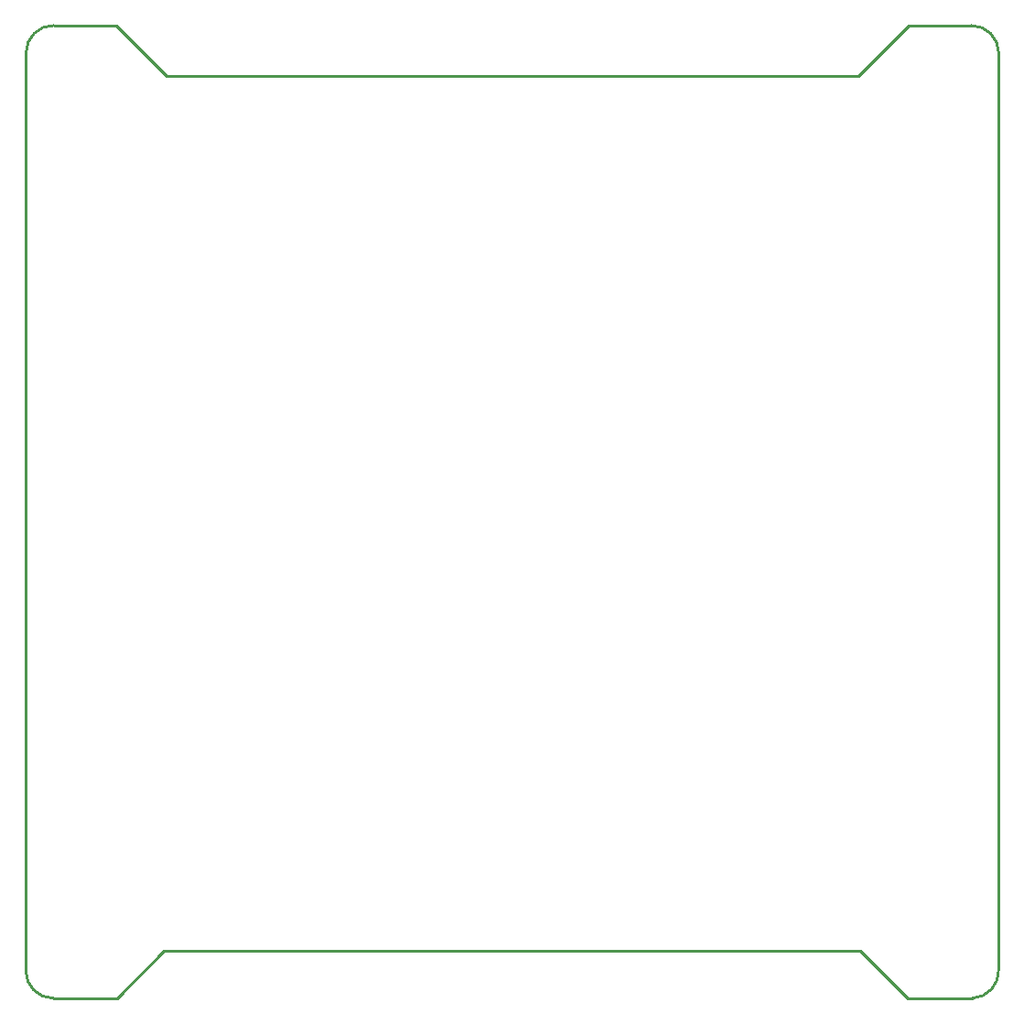
<source format=gm1>
G04*
G04 #@! TF.GenerationSoftware,Altium Limited,Altium Designer,23.11.1 (41)*
G04*
G04 Layer_Color=16711935*
%FSLAX25Y25*%
%MOIN*%
G70*
G04*
G04 #@! TF.SameCoordinates,7FD28054-1643-4BC3-9A3C-097E624A02D2*
G04*
G04*
G04 #@! TF.FilePolarity,Positive*
G04*
G01*
G75*
%ADD13C,0.01000*%
D13*
X-215785Y-344280D02*
G03*
X-205837Y-354332I10000J-52D01*
G01*
X129133Y-354337D02*
G03*
X138602Y-343833I-517J9987D01*
G01*
X138603Y-10014D02*
G03*
X128630Y12I-10000J26D01*
G01*
X-205645Y12D02*
G03*
X-215697Y-9935I-52J-10000D01*
G01*
X-164599Y-18337D02*
X87401D01*
X-182823Y-113D02*
X-164599Y-18337D01*
X87401D02*
X105738Y-0D01*
X-205837Y-354337D02*
X-182599D01*
X105401Y-354337D02*
X129133D01*
X-182599Y-354337D02*
X-165399Y-337138D01*
X88201D02*
X105401Y-354337D01*
X-165399Y-337138D02*
X88201D01*
X138603Y-343833D02*
Y-282636D01*
X138603Y-10014D01*
X105738Y-0D02*
X128618D01*
X-205645Y-0D02*
X-183018D01*
X-215785Y-344280D02*
X-215785Y-9935D01*
M02*

</source>
